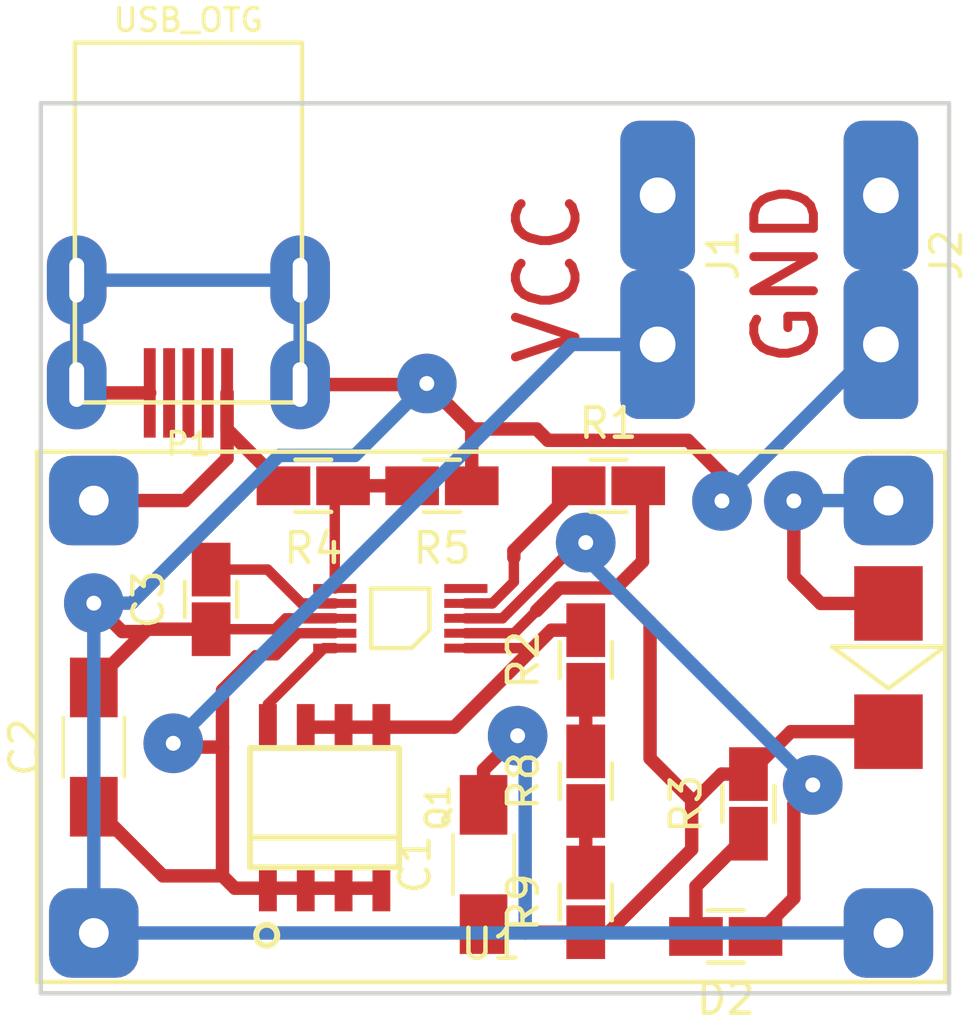
<source format=kicad_pcb>
(kicad_pcb (version 20221018) (generator pcbnew)
  (layers (0 "F.Cu" signal) (31 "B.Cu" signal) (34 "B.Paste" user) (35 "F.Paste" user) (36 "B.SilkS" user "B.Silkscreen") (37 "F.SilkS" user "F.Silkscreen") (38 "B.Mask" user) (39 "F.Mask" user) (44 "Edge.Cuts" user))
  (net 0 "")
  (net 1 "Net-(C1-Pad1)")
  (net 2 "GND")
  (net 3 "+BATT")
  (net 4 "Net-(Q1-Pad1)")
  (net 5 "Net-(Q1-Pad3)")
  (net 6 "Net-(U2-Pad5)")
  (net 7 "Net-(R1-Pad1)")
  (net 8 "Net-(D2-Pad1)")
  (net 9 "+5V")
  (net 10 "Net-(P1-Pad2)")
  (net 11 "Net-(P1-Pad3)")
  (net 12 "Net-(P1-Pad4)")
  (net 13 "VCC")
  (net 14 "Net-(D2-Pad2)")
  (net 15 "Net-(C3-Pad2)")
  (net 16 "Net-(R4-Pad1)")
  (net 17 "Net-(R2-Pad1)")
  (net 18 "Net-(R8-Pad1)")
  (footprint "adamgreig/agg-kicad/agg.pretty:DO-214AA-SMB" (layer "F.Cu") (at 90.043 53.213 90)
    (fp_text reference "D1")
    (fp_text value "D")
    (fp_line (start -0.7 0) (end 0.7 -1.895) (stroke (width 0.15)) (layer "F.SilkS"))
    (fp_line (start -0.7 0) (end 0.7 1.895) (stroke (width 0.15)) (layer "F.SilkS"))
    (fp_line (start 0.7 -1.895) (end 0.7 1.895) (stroke (width 0.15)) (layer "F.SilkS"))
    (pad "1" smd rect (at -2.15 0 90) (size 2.5 2.3) (layers "F.Cu" "F.Paste" "F.Mask") (net 1 "Net-(C1-Pad1)"))
    (pad "2" smd rect (at 2.15 0 90) (size 2.5 2.3) (layers "F.Cu" "F.Paste" "F.Mask") (net 13 "VCC"))
  )
  (footprint "coddingtonbear/coddingtonbear.pretty:NDS8434" (layer "F.Cu") (at 71.12 57.912 90)
    (fp_text reference "Q1" (at 0 3.81 90) (layer "F.SilkS") (effects (font (size 0.762 0.762) (thickness 0.1524))))
    (fp_text value "NDS8434" hide)
    (fp_line (start -2 -2.5) (end -2 2.5) (stroke (width 0.2032)) (layer "F.SilkS"))
    (fp_line (start -2 2.5) (end 2 2.5) (stroke (width 0.2032)) (layer "F.SilkS"))
    (fp_line (start -1 -2.5) (end -1 2.5) (stroke (width 0.2032)) (layer "F.SilkS"))
    (fp_line (start 2 -2.5) (end -2 -2.5) (stroke (width 0.2032)) (layer "F.SilkS"))
    (fp_line (start 2 2.5) (end 2 -2.5) (stroke (width 0.2032)) (layer "F.SilkS"))
    (fp_circle (center -4.278 -1.944) (end -4.028 -1.694) (stroke (width 0.2032)) (fill none) (layer "F.SilkS"))
    (pad "1" smd rect (at 2.7 -1.905 90) (size 1.55 0.6) (layers "F.Cu" "F.Paste" "F.Mask") (net 4 "Net-(Q1-Pad1)"))
    (pad "2" smd rect (at -2.7 -1.905 90) (size 1.55 0.6) (layers "F.Cu" "F.Paste" "F.Mask") (net 3 "+BATT"))
    (pad "2" smd rect (at -2.7 -0.635 90) (size 1.55 0.6) (layers "F.Cu" "F.Paste" "F.Mask") (net 3 "+BATT"))
    (pad "2" smd rect (at -2.7 0.635 90) (size 1.55 0.6) (layers "F.Cu" "F.Paste" "F.Mask") (net 3 "+BATT"))
    (pad "2" smd rect (at -2.7 1.905 90) (size 1.55 0.6) (layers "F.Cu" "F.Paste" "F.Mask") (net 3 "+BATT"))
    (pad "3" smd rect (at 2.7 -0.635 90) (size 1.55 0.6) (layers "F.Cu" "F.Paste" "F.Mask") (net 5 "Net-(Q1-Pad3)"))
    (pad "3" smd rect (at 2.7 0.635 90) (size 1.55 0.6) (layers "F.Cu" "F.Paste" "F.Mask") (net 5 "Net-(Q1-Pad3)"))
    (pad "3" smd rect (at 2.7 1.905 90) (size 1.55 0.6) (layers "F.Cu" "F.Paste" "F.Mask") (net 5 "Net-(Q1-Pad3)"))
  )
  (footprint "adamgreig/agg-kicad/agg.pretty:MSOP-10" (layer "F.Cu") (at 73.66 51.562 180)
    (fp_text reference "U2")
    (fp_text value "MCP73842-840I/UN")
    (fp_line (start -0.975 -0.4) (end -0.375 -1) (stroke (width 0.15)) (layer "F.SilkS"))
    (fp_line (start -0.975 1) (end -0.975 -0.4) (stroke (width 0.15)) (layer "F.SilkS"))
    (fp_line (start -0.375 -1) (end 0.975 -1) (stroke (width 0.15)) (layer "F.SilkS"))
    (fp_line (start 0.975 -1) (end 0.975 1) (stroke (width 0.15)) (layer "F.SilkS"))
    (fp_line (start 0.975 1) (end -0.975 1) (stroke (width 0.15)) (layer "F.SilkS"))
    (pad "1" smd rect (at -2.2 -1 180) (size 1.45 0.3) (layers "F.Cu" "F.Paste" "F.Mask") (net 5 "Net-(Q1-Pad3)"))
    (pad "2" smd rect (at -2.2 -0.5 180) (size 1.45 0.3) (layers "F.Cu" "F.Paste" "F.Mask") (net 1 "Net-(C1-Pad1)"))
    (pad "3" smd rect (at -2.2 0 180) (size 1.45 0.3) (layers "F.Cu" "F.Paste" "F.Mask") (net 8 "Net-(D2-Pad1)"))
    (pad "4" smd rect (at -2.2 0.5 180) (size 1.45 0.3) (layers "F.Cu" "F.Paste" "F.Mask") (net 7 "Net-(R1-Pad1)"))
    (pad "5" smd rect (at -2.2 1 180) (size 1.45 0.3) (layers "F.Cu" "F.Paste" "F.Mask") (net 6 "Net-(U2-Pad5)"))
    (pad "6" smd rect (at 2.2 1 180) (size 1.45 0.3) (layers "F.Cu" "F.Paste" "F.Mask") (net 16 "Net-(R4-Pad1)"))
    (pad "7" smd rect (at 2.2 0.5 180) (size 1.45 0.3) (layers "F.Cu" "F.Paste" "F.Mask") (net 15 "Net-(C3-Pad2)"))
    (pad "8" smd rect (at 2.2 0 180) (size 1.45 0.3) (layers "F.Cu" "F.Paste" "F.Mask") (net 2 "GND"))
    (pad "9" smd rect (at 2.2 -0.5 180) (size 1.45 0.3) (layers "F.Cu" "F.Paste" "F.Mask") (net 3 "+BATT"))
    (pad "10" smd rect (at 2.2 -1 180) (size 1.45 0.3) (layers "F.Cu" "F.Paste" "F.Mask") (net 4 "Net-(Q1-Pad1)"))
  )
  (footprint "coddingtonbear/coddingtonbear.pretty:0805_Milling" (layer "F.Cu") (at 79.883 57.023 90)
    (fp_text reference "R8" (at 0 -2.1 90) (layer "F.SilkS"))
    (fp_text value "100m")
    (fp_line (start -0.6 -0.875) (end 0.6 -0.875) (stroke (width 0.15)) (layer "F.SilkS"))
    (fp_line (start 0.6 0.875) (end -0.6 0.875) (stroke (width 0.15)) (layer "F.SilkS"))
    (pad "1" smd rect (at -1 0 90) (size 1.8 1.3) (layers "F.Cu" "F.Paste" "F.Mask") (net 18 "Net-(R8-Pad1)"))
    (pad "2" smd rect (at 1 0 90) (size 1.8 1.3) (layers "F.Cu" "F.Paste" "F.Mask") (net 17 "Net-(R2-Pad1)"))
  )
  (footprint "coddingtonbear/coddingtonbear.pretty:0805_Milling" (layer "F.Cu") (at 79.883 61.087 90)
    (fp_text reference "R9" (at 0 -2.1 90) (layer "F.SilkS"))
    (fp_text value "100m")
    (fp_line (start -0.6 -0.875) (end 0.6 -0.875) (stroke (width 0.15)) (layer "F.SilkS"))
    (fp_line (start 0.6 0.875) (end -0.6 0.875) (stroke (width 0.15)) (layer "F.SilkS"))
    (pad "1" smd rect (at -1 0 90) (size 1.8 1.3) (layers "F.Cu" "F.Paste" "F.Mask") (net 1 "Net-(C1-Pad1)"))
    (pad "2" smd rect (at 1 0 90) (size 1.8 1.3) (layers "F.Cu" "F.Paste" "F.Mask") (net 18 "Net-(R8-Pad1)"))
  )
  (footprint "coddingtonbear/coddingtonbear.pretty:0805_Milling" (layer "F.Cu") (at 67.31 50.927 90)
    (fp_text reference "C3" (at 0 -2.1 90) (layer "F.SilkS"))
    (fp_text value "0.1u")
    (fp_line (start -0.6 -0.875) (end 0.6 -0.875) (stroke (width 0.15)) (layer "F.SilkS"))
    (fp_line (start 0.6 0.875) (end -0.6 0.875) (stroke (width 0.15)) (layer "F.SilkS"))
    (pad "1" smd rect (at -1 0 90) (size 1.8 1.3) (layers "F.Cu" "F.Paste" "F.Mask") (net 2 "GND"))
    (pad "2" smd rect (at 1 0 90) (size 1.8 1.3) (layers "F.Cu" "F.Paste" "F.Mask") (net 15 "Net-(C3-Pad2)"))
  )
  (footprint "coddingtonbear/coddingtonbear.pretty:0805_Milling" (layer "F.Cu") (at 84.582 62.23 180)
    (fp_text reference "D2" (at 0 -2.1 180) (layer "F.SilkS"))
    (fp_text value "LED")
    (fp_line (start -0.6 -0.875) (end 0.6 -0.875) (stroke (width 0.15)) (layer "F.SilkS"))
    (fp_line (start 0.6 0.875) (end -0.6 0.875) (stroke (width 0.15)) (layer "F.SilkS"))
    (pad "1" smd rect (at -1 0 180) (size 1.8 1.3) (layers "F.Cu" "F.Paste" "F.Mask") (net 8 "Net-(D2-Pad1)"))
    (pad "2" smd rect (at 1 0 180) (size 1.8 1.3) (layers "F.Cu" "F.Paste" "F.Mask") (net 14 "Net-(D2-Pad2)"))
  )
  (footprint "coddingtonbear/coddingtonbear.pretty:0805_Milling" (layer "F.Cu") (at 80.645 47.117)
    (fp_text reference "R1" (at 0 -2.1) (layer "F.SilkS"))
    (fp_text value "100k")
    (fp_line (start -0.6 -0.875) (end 0.6 -0.875) (stroke (width 0.15)) (layer "F.SilkS"))
    (fp_line (start 0.6 0.875) (end -0.6 0.875) (stroke (width 0.15)) (layer "F.SilkS"))
    (pad "1" smd rect (at -1 0) (size 1.8 1.3) (layers "F.Cu" "F.Paste" "F.Mask") (net 7 "Net-(R1-Pad1)"))
    (pad "2" smd rect (at 1 0) (size 1.8 1.3) (layers "F.Cu" "F.Paste" "F.Mask") (net 1 "Net-(C1-Pad1)"))
  )
  (footprint "coddingtonbear/coddingtonbear.pretty:0805_Milling" (layer "F.Cu") (at 79.883 52.959 90)
    (fp_text reference "R2" (at 0 -2.1 90) (layer "F.SilkS"))
    (fp_text value "100m")
    (fp_line (start -0.6 -0.875) (end 0.6 -0.875) (stroke (width 0.15)) (layer "F.SilkS"))
    (fp_line (start 0.6 0.875) (end -0.6 0.875) (stroke (width 0.15)) (layer "F.SilkS"))
    (pad "1" smd rect (at -1 0 90) (size 1.8 1.3) (layers "F.Cu" "F.Paste" "F.Mask") (net 17 "Net-(R2-Pad1)"))
    (pad "2" smd rect (at 1 0 90) (size 1.8 1.3) (layers "F.Cu" "F.Paste" "F.Mask") (net 5 "Net-(Q1-Pad3)"))
  )
  (footprint "coddingtonbear/coddingtonbear.pretty:0805_Milling" (layer "F.Cu") (at 85.344 57.785 90)
    (fp_text reference "R3" (at 0 -2.1 90) (layer "F.SilkS"))
    (fp_text value "10k")
    (fp_line (start -0.6 -0.875) (end 0.6 -0.875) (stroke (width 0.15)) (layer "F.SilkS"))
    (fp_line (start 0.6 0.875) (end -0.6 0.875) (stroke (width 0.15)) (layer "F.SilkS"))
    (pad "1" smd rect (at -1 0 90) (size 1.8 1.3) (layers "F.Cu" "F.Paste" "F.Mask") (net 14 "Net-(D2-Pad2)"))
    (pad "2" smd rect (at 1 0 90) (size 1.8 1.3) (layers "F.Cu" "F.Paste" "F.Mask") (net 1 "Net-(C1-Pad1)"))
  )
  (footprint "coddingtonbear/coddingtonbear.pretty:0805_Milling" (layer "F.Cu") (at 70.739 47.117 180)
    (fp_text reference "R4" (at 0 -2.1 180) (layer "F.SilkS"))
    (fp_text value "33k")
    (fp_line (start -0.6 -0.875) (end 0.6 -0.875) (stroke (width 0.15)) (layer "F.SilkS"))
    (fp_line (start 0.6 0.875) (end -0.6 0.875) (stroke (width 0.15)) (layer "F.SilkS"))
    (pad "1" smd rect (at -1 0 180) (size 1.8 1.3) (layers "F.Cu" "F.Paste" "F.Mask") (net 16 "Net-(R4-Pad1)"))
    (pad "2" smd rect (at 1 0 180) (size 1.8 1.3) (layers "F.Cu" "F.Paste" "F.Mask") (net 9 "+5V"))
  )
  (footprint "coddingtonbear/coddingtonbear.pretty:0805_Milling" (layer "F.Cu") (at 75.057 47.117 180)
    (fp_text reference "R5" (at 0 -2.1 180) (layer "F.SilkS"))
    (fp_text value "6.8k")
    (fp_line (start -0.6 -0.875) (end 0.6 -0.875) (stroke (width 0.15)) (layer "F.SilkS"))
    (fp_line (start 0.6 0.875) (end -0.6 0.875) (stroke (width 0.15)) (layer "F.SilkS"))
    (pad "1" smd rect (at -1 0 180) (size 1.8 1.3) (layers "F.Cu" "F.Paste" "F.Mask") (net 2 "GND"))
    (pad "2" smd rect (at 1 0 180) (size 1.8 1.3) (layers "F.Cu" "F.Paste" "F.Mask") (net 16 "Net-(R4-Pad1)"))
  )
  (footprint "coddingtonbear/coddingtonbear.pretty:UJ2-MIBH-4-SMT" (layer "F.Cu") (at 66.548 44.323 180)
    (fp_text reference "P1" (at 0 -1.397 180) (layer "F.SilkS") (effects (font (size 0.762 0.762) (thickness 0.127))))
    (fp_text value "USB_OTG" (at 0 12.827 180) (layer "F.SilkS") (effects (font (size 0.762 0.762) (thickness 0.127))))
    (fp_line (start -3.81 0) (end -3.81 12.065) (stroke (width 0.15)) (layer "F.SilkS"))
    (fp_line (start -3.81 0) (end 3.81 0) (stroke (width 0.15)) (layer "F.SilkS"))
    (fp_line (start -3.81 12.065) (end 3.81 12.065) (stroke (width 0.15)) (layer "F.SilkS"))
    (fp_line (start 3.81 0) (end 3.81 12.065) (stroke (width 0.15)) (layer "F.SilkS"))
    (pad "1" smd rect (at -1.29794 0.32004 180) (size 0.39878 3) (layers "F.Cu" "F.Paste" "F.Mask") (net 9 "+5V") (clearance 0.2032))
    (pad "2" smd rect (at -0.6477 0.32004 180) (size 0.39878 3) (layers "F.Cu" "F.Paste" "F.Mask") (net 10 "Net-(P1-Pad2)") (clearance 0.2032))
    (pad "3" smd rect (at 0 0.32004 180) (size 0.39878 3) (layers "F.Cu" "F.Paste" "F.Mask") (net 11 "Net-(P1-Pad3)") (clearance 0.2032))
    (pad "4" smd rect (at 0.6477 0.32004 180) (size 0.39878 3) (layers "F.Cu" "F.Paste" "F.Mask") (net 12 "Net-(P1-Pad4)") (clearance 0.2032))
    (pad "5" smd rect (at 1.29794 0.32004 180) (size 0.39878 3) (layers "F.Cu" "F.Paste" "F.Mask") (net 2 "GND") (clearance 0.2032))
    (pad "6" thru_hole oval (at -3.75 0.6 180) (size 2 3) (drill oval 0.5 1.5) (layers "*.Cu" "*.Mask") (net 2 "GND"))
    (pad "6" thru_hole oval (at -3.75 4.1 180) (size 2 3) (drill oval 0.5 1.5) (layers "*.Cu" "*.Mask") (net 2 "GND"))
    (pad "6" thru_hole oval (at 3.75 0.6 180) (size 2 3) (drill oval 0.5 1.5) (layers "*.Cu" "*.Mask") (net 2 "GND"))
    (pad "6" thru_hole oval (at 3.75 4.1 180) (size 2 3) (drill oval 0.5 1.5) (layers "*.Cu" "*.Mask") (net 2 "GND"))
  )
  (footprint "coddingtonbear/coddingtonbear.pretty:TAB" (layer "F.Cu") (at 82.296 39.878 90)
    (fp_text reference "J1" (at 0.5 2.2 90) (layer "F.SilkS"))
    (fp_text value "RADIO+")
    (pad "1" thru_hole roundrect (at -2.5 0 90) (size 5 2.5) (drill 1.2) (layers "*.Cu" "*.Mask") (net 3 "+BATT"))
    (pad "1" thru_hole roundrect (at 2.5 0 90) (size 5 2.5) (drill 1.2) (layers "*.Cu" "*.Mask") (net 3 "+BATT"))
  )
  (footprint "coddingtonbear/coddingtonbear.pretty:TAB" (layer "F.Cu") (at 89.789 39.878 90)
    (fp_text reference "J2" (at 0.5 2.2 90) (layer "F.SilkS"))
    (fp_text value "RADIO-")
    (pad "1" thru_hole roundrect (at -2.5 0 90) (size 5 2.5) (drill 1.2) (layers "*.Cu" "*.Mask") (net 2 "GND"))
    (pad "1" thru_hole roundrect (at 2.5 0 90) (size 5 2.5) (drill 1.2) (layers "*.Cu" "*.Mask") (net 2 "GND"))
  )
  (footprint "KiCad/Capacitors_SMD.pretty:C_1206_HandSoldering" (layer "F.Cu") (at 76.454 59.817 90)
    (fp_text reference "C1" (at 0 -2.3 90) (layer "F.SilkS"))
    (fp_text value "22uF")
    (fp_line (start -1 1.025) (end 1 1.025) (stroke (width 0.12)) (layer "F.SilkS"))
    (fp_line (start 1 -1.025) (end -1 -1.025) (stroke (width 0.12)) (layer "F.SilkS"))
    (pad "1" smd rect (at -2 0 90) (size 2 1.6) (layers "F.Cu" "F.Paste" "F.Mask") (net 1 "Net-(C1-Pad1)"))
    (pad "2" smd rect (at 2 0 90) (size 2 1.6) (layers "F.Cu" "F.Paste" "F.Mask") (net 2 "GND"))
  )
  (footprint "KiCad/Capacitors_SMD.pretty:C_1206_HandSoldering" (layer "F.Cu") (at 63.373 55.88 90)
    (fp_text reference "C2" (at 0 -2.3 90) (layer "F.SilkS"))
    (fp_text value "22uF")
    (fp_line (start -1 1.025) (end 1 1.025) (stroke (width 0.12)) (layer "F.SilkS"))
    (fp_line (start 1 -1.025) (end -1 -1.025) (stroke (width 0.12)) (layer "F.SilkS"))
    (pad "1" smd rect (at -2 0 90) (size 2 1.6) (layers "F.Cu" "F.Paste" "F.Mask") (net 3 "+BATT"))
    (pad "2" smd rect (at 2 0 90) (size 2 1.6) (layers "F.Cu" "F.Paste" "F.Mask") (net 2 "GND"))
  )
  (footprint "coddingtonbear/coddingtonbear.pretty:BOOST_TP4056_2A" (layer "F.Cu") (at 76.708 54.864)
    (fp_text reference "U1" (at 0 7.62) (layer "F.SilkS"))
    (fp_text value "BOOST_REGULATOR")
    (fp_line (start -15.24 -8.89) (end 15.24 -8.89) (stroke (width 0.15)) (layer "F.SilkS"))
    (fp_line (start -15.24 8.89) (end -15.24 -8.89) (stroke (width 0.15)) (layer "F.SilkS"))
    (fp_line (start 15.24 -8.89) (end 15.24 8.89) (stroke (width 0.15)) (layer "F.SilkS"))
    (fp_line (start 15.24 8.89) (end -15.24 8.89) (stroke (width 0.15)) (layer "F.SilkS"))
    (pad "1" thru_hole roundrect (at -13.335 -7.25) (size 3 3) (drill 1) (layers "*.Cu" "*.Mask") (net 9 "+5V"))
    (pad "2" thru_hole roundrect (at -13.335 7.25) (size 3 3) (drill 1) (layers "*.Cu" "*.Mask") (net 2 "GND"))
    (pad "3" thru_hole roundrect (at 13.335 -7.25) (size 3 3) (drill 1) (layers "*.Cu" "*.Mask") (net 13 "VCC"))
    (pad "4" thru_hole roundrect (at 13.335 7.25) (size 3 3) (drill 1) (layers "*.Cu" "*.Mask") (net 2 "GND"))
  )
  (gr_line (start 92.075 34.29) (end 61.595 34.29) (stroke (width 0.15)) (layer "Edge.Cuts"))
  (gr_line (start 92.075 64.135) (end 92.075 34.29) (stroke (width 0.15)) (layer "Edge.Cuts"))
  (gr_line (start 61.595 64.135) (end 61.595 34.29) (stroke (width 0.15)) (layer "Edge.Cuts"))
  (gr_line (start 92.075 64.135) (end 61.595 64.135) (stroke (width 0.15)) (layer "Edge.Cuts"))
  (gr_text "GND" (at 86.614 40.005 90) (layer "F.Cu") (effects (font (size 2 2) (thickness 0.3))))
  (gr_text "VCC" (at 78.613 40.132 90) (layer "F.Cu") (effects (font (size 2 2) (thickness 0.3))))
  (segment (start 76.724 62.087) (end 76.454 61.817) (width 0.45) (layer "F.Cu") (net 1))
  (segment (start 80.661 62.087) (end 83.439 59.309) (width 0.45) (layer "F.Cu") (net 1))
  (segment (start 83.439 59.309) (end 83.439 57.785) (width 0.45) (layer "F.Cu") (net 1))
  (segment (start 83.439 57.785) (end 83.5025 57.7215) (width 0.45) (layer "F.Cu") (net 1))
  (segment (start 84.439 56.785) (end 85.344 56.785) (width 0.45) (layer "F.Cu") (net 1))
  (segment (start 86.766 55.363) (end 85.344 56.785) (width 0.45) (layer "F.Cu") (net 1))
  (segment (start 78.994 50.546) (end 80.899 50.546) (width 0.45) (layer "F.Cu") (net 1))
  (segment (start 80.899 50.546) (end 82.042 51.689) (width 0.45) (layer "F.Cu") (net 1))
  (segment (start 82.042 51.689) (end 82.042 56.261) (width 0.45) (layer "F.Cu") (net 1))
  (segment (start 82.042 56.261) (end 83.5025 57.7215) (width 0.45) (layer "F.Cu") (net 1))
  (segment (start 83.5025 57.7215) (end 84.439 56.785) (width 0.45) (layer "F.Cu") (net 1))
  (segment (start 81.788 49.657) (end 81.788 47.26) (width 0.45) (layer "F.Cu") (net 1))
  (segment (start 81.788 47.26) (end 81.645 47.117) (width 0.45) (layer "F.Cu") (net 1))
  (segment (start 77.478 52.062) (end 78.232 51.308) (width 0.35) (layer "F.Cu") (net 1))
  (segment (start 79.883 62.087) (end 76.724 62.087) (width 0.45) (layer "F.Cu") (net 1))
  (segment (start 79.883 62.087) (end 80.661 62.087) (width 0.45) (layer "F.Cu") (net 1))
  (segment (start 80.899 50.546) (end 81.788 49.657) (width 0.45) (layer "F.Cu") (net 1))
  (segment (start 78.232 51.308) (end 78.994 50.546) (width 0.45) (layer "F.Cu") (net 1))
  (segment (start 75.86 52.062) (end 77.478 52.062) (width 0.35) (layer "F.Cu") (net 1))
  (segment (start 90.043 55.363) (end 86.766 55.363) (width 0.45) (layer "F.Cu") (net 1))
  (segment (start 63.07796 44.00296) (end 62.798 43.723) (width 0.45) (layer "F.Cu") (net 2))
  (segment (start 67.675 51.562) (end 67.31 51.927) (width 0.25) (layer "F.Cu") (net 2))
  (segment (start 74.584 43.723) (end 76.057 45.196) (width 0.45) (layer "F.Cu") (net 2))
  (segment (start 76.057 45.196) (end 76.057 45.212) (width 0.45) (layer "F.Cu") (net 2))
  (segment (start 76.057 45.212) (end 76.057 47.117) (width 0.45) (layer "F.Cu") (net 2))
  (segment (start 78.232 45.212) (end 78.613 45.593) (width 0.45) (layer "F.Cu") (net 2))
  (segment (start 78.613 45.593) (end 83.312 45.593) (width 0.45) (layer "F.Cu") (net 2))
  (segment (start 83.312 45.593) (end 84.455 46.736) (width 0.45) (layer "F.Cu") (net 2))
  (segment (start 84.455 46.736) (end 84.455 47.625) (width 0.45) (layer "F.Cu") (net 2))
  (segment (start 63.373 53.721) (end 65.0875 52.0065) (width 0.45) (layer "F.Cu") (net 2))
  (segment (start 65.167 51.927) (end 67.31 51.927) (width 0.45) (layer "F.Cu") (net 2))
  (segment (start 65.0875 52.0065) (end 65.167 51.927) (width 0.45) (layer "F.Cu") (net 2))
  (segment (start 64.3255 52.0065) (end 63.373 51.054) (width 0.45) (layer "F.Cu") (net 2))
  (segment (start 76.454 56.642) (end 77.597 55.499) (width 0.45) (layer "F.Cu") (net 2))
  (segment (start 74.549 43.688) (end 74.549 43.723) (width 0.45) (layer "F.Cu") (net 2))
  (segment (start 74.549 43.723) (end 74.584 43.723) (width 0.45) (layer "F.Cu") (net 2))
  (segment (start 69.453 51.927) (end 69.818 51.562) (width 0.35) (layer "F.Cu") (net 2))
  (segment (start 69.818 51.562) (end 71.46 51.562) (width 0.35) (layer "F.Cu") (net 2))
  (segment (start 76.454 57.817) (end 76.454 56.642) (width 0.45) (layer "F.Cu") (net 2))
  (segment (start 70.298 43.723) (end 74.584 43.723) (width 0.45) (layer "F.Cu") (net 2))
  (segment (start 65.0875 52.0065) (end 64.3255 52.0065) (width 0.45) (layer "F.Cu") (net 2))
  (segment (start 65.25006 44.00296) (end 63.07796 44.00296) (width 0.45) (layer "F.Cu") (net 2))
  (segment (start 67.31 51.927) (end 69.453 51.927) (width 0.35) (layer "F.Cu") (net 2))
  (segment (start 76.057 45.212) (end 78.232 45.212) (width 0.45) (layer "F.Cu") (net 2))
  (segment (start 63.373 53.88) (end 63.373 53.721) (width 0.45) (layer "F.Cu") (net 2))
  (via (at 63.373 51.054) (size 2) (drill 0.5) (layers "F.Cu" "B.Cu") (net 2))
  (via (at 84.455 47.625) (size 2) (drill 0.5) (layers "F.Cu" "B.Cu") (net 2))
  (via (at 77.597 55.499) (size 2) (drill 0.5) (layers "F.Cu" "B.Cu") (net 2))
  (via (at 74.549 43.688) (size 2) (drill 0.5) (layers "F.Cu" "B.Cu") (net 2))
  (segment (start 84.455 47.625) (end 89.702 42.378) (width 0.45) (layer "B.Cu") (net 2))
  (segment (start 89.702 42.378) (end 89.789 42.378) (width 0.45) (layer "B.Cu") (net 2))
  (segment (start 63.373 51.054) (end 63.373 62.114) (width 0.45) (layer "B.Cu") (net 2))
  (segment (start 77.597 55.499) (end 77.851 55.753) (width 0.45) (layer "B.Cu") (net 2))
  (segment (start 77.851 55.753) (end 77.851 62.114) (width 0.45) (layer "B.Cu") (net 2))
  (segment (start 77.851 62.114) (end 90.043 62.114) (width 0.45) (layer "B.Cu") (net 2))
  (segment (start 64.643 51.054) (end 69.596 46.101) (width 0.45) (layer "B.Cu") (net 2))
  (segment (start 69.596 46.101) (end 72.136 46.101) (width 0.45) (layer "B.Cu") (net 2))
  (segment (start 72.136 46.101) (end 74.549 43.688) (width 0.45) (layer "B.Cu") (net 2))
  (segment (start 63.373 62.114) (end 77.851 62.114) (width 0.45) (layer "B.Cu") (net 2))
  (segment (start 62.798 40.223) (end 70.298 40.223) (width 0.45) (layer "B.Cu") (net 2))
  (segment (start 70.298 40.223) (end 70.298 43.723) (width 0.45) (layer "B.Cu") (net 2))
  (segment (start 63.373 51.054) (end 64.643 51.054) (width 0.45) (layer "B.Cu") (net 2))
  (segment (start 62.798 43.723) (end 62.798 40.223) (width 0.45) (layer "B.Cu") (net 2))
  (segment (start 89.789 37.378) (end 89.789 42.378) (width 0.45) (layer "B.Cu") (net 2))
  (segment (start 67.691 60.198) (end 68.105 60.612) (width 0.45) (layer "F.Cu") (net 3))
  (segment (start 68.105 60.612) (end 69.215 60.612) (width 0.45) (layer "F.Cu") (net 3))
  (segment (start 65.691 60.198) (end 63.373 57.88) (width 0.45) (layer "F.Cu") (net 3))
  (segment (start 67.691 55.88) (end 67.691 60.198) (width 0.45) (layer "F.Cu") (net 3))
  (segment (start 66.167 55.88) (end 66.04 55.753) (width 0.45) (layer "F.Cu") (net 3))
  (segment (start 67.691 53.909) (end 68.8 52.8) (width 0.35) (layer "F.Cu") (net 3))
  (segment (start 68.8 52.8) (end 69.49 52.8) (width 0.35) (layer "F.Cu") (net 3))
  (segment (start 69.49 52.8) (end 70.228 52.062) (width 0.35) (layer "F.Cu") (net 3))
  (segment (start 70.228 52.062) (end 71.46 52.062) (width 0.35) (layer "F.Cu") (net 3))
  (segment (start 67.691 60.198) (end 65.691 60.198) (width 0.45) (layer "F.Cu") (net 3))
  (segment (start 69.215 60.612) (end 70.485 60.612) (width 0.45) (layer "F.Cu") (net 3))
  (segment (start 67.691 55.88) (end 67.691 53.975) (width 0.45) (layer "F.Cu") (net 3))
  (segment (start 70.485 60.612) (end 71.755 60.612) (width 0.45) (layer "F.Cu") (net 3))
  (segment (start 67.691 55.88) (end 66.167 55.88) (width 0.45) (layer "F.Cu") (net 3))
  (segment (start 71.755 60.612) (end 73.025 60.612) (width 0.45) (layer "F.Cu") (net 3))
  (segment (start 67.691 53.975) (end 67.691 53.909) (width 0.35) (layer "F.Cu") (net 3))
  (via (at 66.04 55.753) (size 2) (drill 0.5) (layers "F.Cu" "B.Cu") (net 3))
  (segment (start 66.04 55.753) (end 79.415 42.378) (width 0.45) (layer "B.Cu") (net 3))
  (segment (start 79.415 42.378) (end 82.296 42.378) (width 0.45) (layer "B.Cu") (net 3))
  (segment (start 82.296 37.378) (end 82.296 42.378) (width 0.45) (layer "B.Cu") (net 3))
  (segment (start 69.215 54.445) (end 71.098 52.562) (width 0.35) (layer "F.Cu") (net 4))
  (segment (start 71.098 52.562) (end 71.46 52.562) (width 0.35) (layer "F.Cu") (net 4))
  (segment (start 69.215 55.212) (end 69.215 54.445) (width 0.35) (layer "F.Cu") (net 4))
  (segment (start 78.121 52.562) (end 78.724 51.959) (width 0.25) (layer "F.Cu") (net 5))
  (segment (start 78.724 51.959) (end 79.883 51.959) (width 0.25) (layer "F.Cu") (net 5))
  (segment (start 73.246 55.212) (end 73.025 55.212) (width 0.45) (layer "F.Cu") (net 5))
  (segment (start 75.471 55.212) (end 78.724 51.959) (width 0.45) (layer "F.Cu") (net 5))
  (segment (start 78.724 51.959) (end 79.883 51.959) (width 0.45) (layer "F.Cu") (net 5))
  (segment (start 70.485 55.212) (end 71.755 55.212) (width 0.45) (layer "F.Cu") (net 5))
  (segment (start 73.025 55.212) (end 75.471 55.212) (width 0.45) (layer "F.Cu") (net 5))
  (segment (start 75.86 52.562) (end 78.121 52.562) (width 0.35) (layer "F.Cu") (net 5))
  (segment (start 71.755 55.212) (end 73.246 55.212) (width 0.45) (layer "F.Cu") (net 5))
  (segment (start 77.47 49.292) (end 79.645 47.117) (width 0.45) (layer "F.Cu") (net 7))
  (segment (start 76.748 51.062) (end 77.47 50.34) (width 0.35) (layer "F.Cu") (net 7))
  (segment (start 77.47 50.34) (end 77.47 49.53) (width 0.35) (layer "F.Cu") (net 7))
  (segment (start 77.47 49.53) (end 77.47 49.292) (width 0.45) (layer "F.Cu") (net 7))
  (segment (start 75.86 51.062) (end 76.748 51.062) (width 0.35) (layer "F.Cu") (net 7))
  (segment (start 79.629 49.022) (end 79.883 49.022) (width 0.25) (layer "F.Cu") (net 8))
  (segment (start 87.503 57.15) (end 86.868 57.785) (width 0.45) (layer "F.Cu") (net 8))
  (segment (start 86.868 57.785) (end 86.868 60.944) (width 0.45) (layer "F.Cu") (net 8))
  (segment (start 86.868 60.944) (end 85.582 62.23) (width 0.45) (layer "F.Cu") (net 8))
  (segment (start 77.088 51.562) (end 79.628 49.022) (width 0.35) (layer "F.Cu") (net 8))
  (segment (start 79.628 49.022) (end 79.883 49.022) (width 0.35) (layer "F.Cu") (net 8))
  (segment (start 75.86 51.562) (end 77.088 51.562) (width 0.35) (layer "F.Cu") (net 8))
  (segment (start 85.582 62.23) (end 85.582 62.119) (width 0.45) (layer "F.Cu") (net 8))
  (via (at 87.503 57.15) (size 2) (drill 0.5) (layers "F.Cu" "B.Cu") (net 8))
  (via (at 79.883 49.022) (size 2) (drill 0.5) (layers "F.Cu" "B.Cu") (net 8))
  (segment (start 79.883 49.53) (end 87.503 57.15) (width 0.45) (layer "B.Cu") (net 8))
  (segment (start 79.883 49.022) (end 79.883 49.53) (width 0.45) (layer "B.Cu") (net 8))
  (segment (start 67.84594 45.22394) (end 69.739 47.117) (width 0.45) (layer "F.Cu") (net 9))
  (segment (start 66.432 47.614) (end 67.84594 46.20006) (width 0.45) (layer "F.Cu") (net 9))
  (segment (start 67.84594 46.20006) (end 67.84594 44.00296) (width 0.45) (layer "F.Cu") (net 9))
  (segment (start 63.373 47.614) (end 66.432 47.614) (width 0.45) (layer "F.Cu") (net 9))
  (segment (start 67.84594 44.00296) (end 67.84594 45.22394) (width 0.45) (layer "F.Cu") (net 9))
  (segment (start 86.868 47.625) (end 86.868 50.165) (width 0.45) (layer "F.Cu") (net 13))
  (segment (start 86.868 50.165) (end 87.766 51.063) (width 0.45) (layer "F.Cu") (net 13))
  (segment (start 87.766 51.063) (end 90.043 51.063) (width 0.45) (layer "F.Cu") (net 13))
  (via (at 86.868 47.625) (size 2) (drill 0.5) (layers "F.Cu" "B.Cu") (net 13))
  (segment (start 86.879 47.614) (end 86.868 47.625) (width 0.45) (layer "B.Cu") (net 13))
  (segment (start 90.043 47.614) (end 86.879 47.614) (width 0.45) (layer "B.Cu") (net 13))
  (segment (start 83.582 60.547) (end 85.344 58.785) (width 0.45) (layer "F.Cu") (net 14))
  (segment (start 83.582 62.23) (end 83.582 60.547) (width 0.45) (layer "F.Cu") (net 14))
  (segment (start 70.342 51.062) (end 69.207 49.927) (width 0.35) (layer "F.Cu") (net 15))
  (segment (start 69.207 49.927) (end 67.31 49.927) (width 0.35) (layer "F.Cu") (net 15))
  (segment (start 71.46 51.062) (end 70.342 51.062) (width 0.35) (layer "F.Cu") (net 15))
  (segment (start 71.46 47.396) (end 71.739 47.117) (width 0.25) (layer "F.Cu") (net 16))
  (segment (start 71.46 47.396) (end 71.739 47.117) (width 0.35) (layer "F.Cu") (net 16))
  (segment (start 71.739 47.117) (end 74.057 47.117) (width 0.45) (layer "F.Cu") (net 16))
  (segment (start 71.46 50.562) (end 71.46 47.396) (width 0.35) (layer "F.Cu") (net 16))
  (segment (start 79.883 56.023) (end 79.883 53.959) (width 0.45) (layer "F.Cu") (net 17))
  (segment (start 79.883 60.087) (end 79.883 58.023) (width 0.45) (layer "F.Cu") (net 18))
)
</source>
